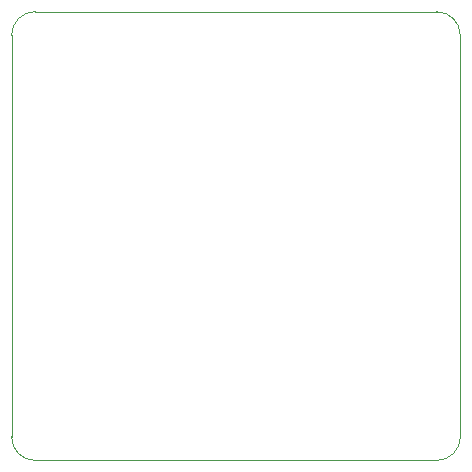
<source format=gbr>
G04 #@! TF.GenerationSoftware,KiCad,Pcbnew,(5.1.2)-2*
G04 #@! TF.CreationDate,2020-12-01T22:27:08-06:00*
G04 #@! TF.ProjectId,TempMonitor10PCB,54656d70-4d6f-46e6-9974-6f7231305043,rev?*
G04 #@! TF.SameCoordinates,Original*
G04 #@! TF.FileFunction,Profile,NP*
%FSLAX46Y46*%
G04 Gerber Fmt 4.6, Leading zero omitted, Abs format (unit mm)*
G04 Created by KiCad (PCBNEW (5.1.2)-2) date 2020-12-01 22:27:08*
%MOMM*%
%LPD*%
G04 APERTURE LIST*
%ADD10C,0.050000*%
G04 APERTURE END LIST*
D10*
X50000000Y-52000000D02*
G75*
G02X52000000Y-50000000I2000000J0D01*
G01*
X50000000Y-86000000D02*
G75*
G03X52000000Y-88000000I2000000J0D01*
G01*
X86000000Y-88000000D02*
G75*
G03X88000000Y-86000000I0J2000000D01*
G01*
X88000000Y-52000000D02*
G75*
G03X86000000Y-50000000I-2000000J0D01*
G01*
X52000000Y-88000000D02*
X86000000Y-88000000D01*
X50000000Y-52000000D02*
X50000000Y-86000000D01*
X52000000Y-50000000D02*
X86000000Y-50000000D01*
X88000000Y-52000000D02*
X88000000Y-86000000D01*
M02*

</source>
